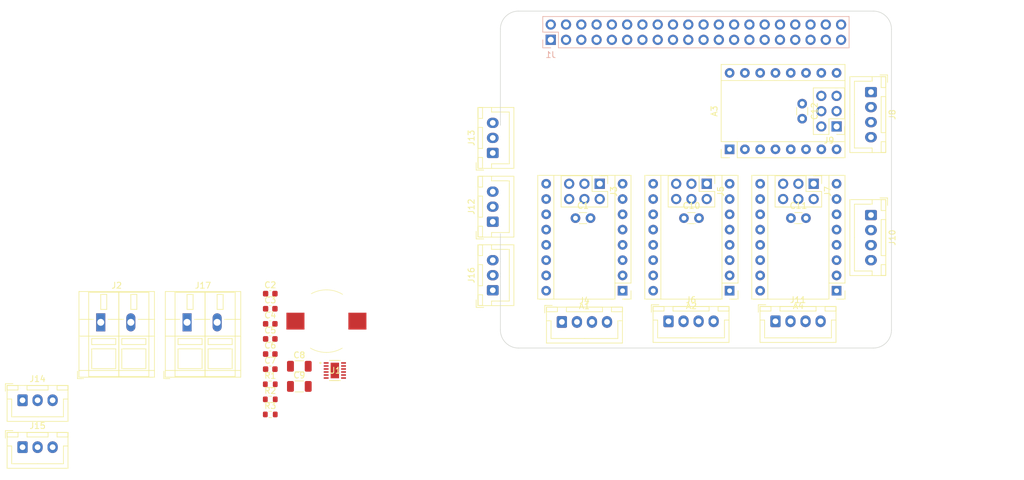
<source format=kicad_pcb>
(kicad_pcb (version 20221018) (generator pcbnew)
  (title_block (date "15 nov 2012"))
  (layers (0 "F.Cu" signal) (31 "B.Cu" signal) (34 "B.Paste" user) (35 "F.Paste" user) (36 "B.SilkS" user "B.Silkscreen") (37 "F.SilkS" user "F.Silkscreen") (38 "B.Mask" user) (39 "F.Mask" user) (44 "Edge.Cuts" user))
  (net 0 "")
  (net 1 "GND")
  (net 2 "/GPIO2{slash}SDA1")
  (net 3 "/GPIO3{slash}SCL1")
  (net 4 "/GPIO4{slash}GPCLK0")
  (net 5 "/GPIO14{slash}TXD0")
  (net 6 "/GPIO15{slash}RXD0")
  (net 7 "/GPIO17")
  (net 8 "/GPIO18{slash}PCM.CLK")
  (net 9 "/GPIO27")
  (net 10 "/GPIO22")
  (net 11 "/GPIO23")
  (net 12 "/GPIO24")
  (net 13 "/GPIO10{slash}SPI0.MOSI")
  (net 14 "/GPIO9{slash}SPI0.MISO")
  (net 15 "/GPIO25")
  (net 16 "/GPIO11{slash}SPI0.SCLK")
  (net 17 "/GPIO8{slash}SPI0.CE0")
  (net 18 "/GPIO7{slash}SPI0.CE1")
  (net 19 "/ID_SDA")
  (net 20 "/ID_SCL")
  (net 21 "/GPIO5")
  (net 22 "/GPIO6")
  (net 23 "/GPIO12{slash}PWM0")
  (net 24 "/GPIO13{slash}PWM1")
  (net 25 "/GPIO19{slash}PCM.FS")
  (net 26 "/GPIO16")
  (net 27 "/GPIO26")
  (net 28 "/GPIO20{slash}PCM.DIN")
  (net 29 "/GPIO21{slash}PCM.DOUT")
  (net 30 "+5V")
  (net 31 "+3V3")
  (net 32 "Net-(A1-1B)")
  (net 33 "Net-(A1-1A)")
  (net 34 "Net-(A1-2A)")
  (net 35 "Net-(A1-2B)")
  (net 36 "VCC")
  (net 37 "Net-(A1-MS1)")
  (net 38 "Net-(A1-MS2)")
  (net 39 "Net-(A1-MS3)")
  (net 40 "Net-(A1-~{RESET})")
  (net 41 "Net-(A2-1B)")
  (net 42 "Net-(A2-1A)")
  (net 43 "Net-(A2-2A)")
  (net 44 "Net-(A2-2B)")
  (net 45 "Net-(A2-MS1)")
  (net 46 "Net-(A2-MS2)")
  (net 47 "Net-(A2-MS3)")
  (net 48 "Net-(A2-~{RESET})")
  (net 49 "Net-(A3-1B)")
  (net 50 "Net-(A3-1A)")
  (net 51 "Net-(A3-2A)")
  (net 52 "Net-(A3-2B)")
  (net 53 "Net-(A3-MS1)")
  (net 54 "Net-(A3-MS2)")
  (net 55 "Net-(A3-MS3)")
  (net 56 "Net-(A3-~{RESET})")
  (net 57 "Net-(A4-1B)")
  (net 58 "Net-(A4-1A)")
  (net 59 "Net-(A4-2A)")
  (net 60 "Net-(A4-2B)")
  (net 61 "Net-(A4-MS1)")
  (net 62 "Net-(A4-MS2)")
  (net 63 "Net-(A4-MS3)")
  (net 64 "Net-(A4-~{RESET})")
  (net 65 "Net-(C6-Pad1)")
  (net 66 "Net-(U1-BOOT)")
  (net 67 "Net-(C7-Pad1)")
  (net 68 "Net-(U1-FB)")
  (net 69 "+3.3V")
  (footprint "MountingHole:MountingHole_2.7mm_M2.5" (layer "F.Cu") (at 161.5 47.5)
    (fp_text reference "MH2" hide)
    (fp_text value "MountingHole_2.7mm_M2.5" hide)
    (pad "" np_thru_hole circle locked (at 0 0) (size 2.7 2.7) (drill 2.7) (layers "*.Cu" "*.Mask"))
  )
  (footprint "Capacitor_THT:C_Disc_D3.0mm_W1.6mm_P2.50mm" (layer "F.Cu") (at 130.51 78.41)
    (fp_text reference "C10" (at 1.25 -2.05) (layer "F.SilkS"))
    (fp_text value "100 uF")
    (pad "1" thru_hole circle (at 0 0) (size 1.6 1.6) (drill 0.8) (layers "*.Cu" "*.Mask") (net 36 "VCC"))
    (pad "2" thru_hole circle (at 2.5 0) (size 1.6 1.6) (drill 0.8) (layers "*.Cu" "*.Mask") (net 1 "GND"))
  )
  (footprint "Connector_PinHeader_2.54mm:PinHeader_2x03_P2.54mm_Vertical" (layer "F.Cu") (at 155.88 63.17 180)
    (fp_text reference "J9" (at 1.27 -2.33) (layer "F.SilkS"))
    (fp_text value "Conn_02x03_Odd_Even")
    (pad "1" thru_hole rect (at 0 0 180) (size 1.7 1.7) (drill 1) (layers "*.Cu" "*.Mask") (net 69 "+3.3V"))
    (pad "2" thru_hole oval (at 2.54 0 180) (size 1.7 1.7) (drill 1) (layers "*.Cu" "*.Mask") (net 53 "Net-(A3-MS1)"))
    (pad "3" thru_hole oval (at 0 2.54 180) (size 1.7 1.7) (drill 1) (layers "*.Cu" "*.Mask") (net 69 "+3.3V"))
    (pad "4" thru_hole oval (at 2.54 2.54 180) (size 1.7 1.7) (drill 1) (layers "*.Cu" "*.Mask") (net 54 "Net-(A3-MS2)"))
    (pad "5" thru_hole oval (at 0 5.08 180) (size 1.7 1.7) (drill 1) (layers "*.Cu" "*.Mask") (net 69 "+3.3V"))
    (pad "6" thru_hole oval (at 2.54 5.08 180) (size 1.7 1.7) (drill 1) (layers "*.Cu" "*.Mask") (net 55 "Net-(A3-MS3)"))
  )
  (footprint "Capacitor_SMD:C_0603_1608Metric" (layer "F.Cu") (at 61.75 101)
    (fp_text reference "C6" (at 0 -1.43) (layer "F.SilkS"))
    (fp_text value "0.1 uF")
    (pad "1" smd roundrect (at -0.775 0) (size 0.9 0.95) (layers "F.Cu" "F.Paste" "F.Mask") (net 65 "Net-(C6-Pad1)"))
    (pad "2" smd roundrect (at 0.775 0) (size 0.9 0.95) (layers "F.Cu" "F.Paste" "F.Mask") (net 66 "Net-(U1-BOOT)"))
  )
  (footprint "Module:Pololu_Breakout-16_15.2x20.3mm" (layer "F.Cu") (at 138.1 90.475 180)
    (fp_text reference "A2" (at 6.35 -2.54) (layer "F.SilkS"))
    (fp_text value "Pololu_Breakout_A4988")
    (pad "1" thru_hole rect (at 0 0 180) (size 1.6 1.6) (drill 0.8) (layers "*.Cu" "*.Mask") (net 1 "GND"))
    (pad "2" thru_hole oval (at 0 2.54 180) (size 1.6 1.6) (drill 0.8) (layers "*.Cu" "*.Mask") (net 30 "+5V"))
    (pad "3" thru_hole oval (at 0 5.08 180) (size 1.6 1.6) (drill 0.8) (layers "*.Cu" "*.Mask") (net 41 "Net-(A2-1B)"))
    (pad "4" thru_hole oval (at 0 7.62 180) (size 1.6 1.6) (drill 0.8) (layers "*.Cu" "*.Mask") (net 42 "Net-(A2-1A)"))
    (pad "5" thru_hole oval (at 0 10.16 180) (size 1.6 1.6) (drill 0.8) (layers "*.Cu" "*.Mask") (net 43 "Net-(A2-2A)"))
    (pad "6" thru_hole oval (at 0 12.7 180) (size 1.6 1.6) (drill 0.8) (layers "*.Cu" "*.Mask") (net 44 "Net-(A2-2B)"))
    (pad "7" thru_hole oval (at 0 15.24 180) (size 1.6 1.6) (drill 0.8) (layers "*.Cu" "*.Mask") (net 1 "GND"))
    (pad "8" thru_hole oval (at 0 17.78 180) (size 1.6 1.6) (drill 0.8) (layers "*.Cu" "*.Mask") (net 36 "VCC"))
    (pad "9" thru_hole oval (at 12.7 17.78 180) (size 1.6 1.6) (drill 0.8) (layers "*.Cu" "*.Mask") (net 7 "/GPIO17"))
    (pad "10" thru_hole oval (at 12.7 15.24 180) (size 1.6 1.6) (drill 0.8) (layers "*.Cu" "*.Mask") (net 45 "Net-(A2-MS1)"))
    (pad "11" thru_hole oval (at 12.7 12.7 180) (size 1.6 1.6) (drill 0.8) (layers "*.Cu" "*.Mask") (net 46 "Net-(A2-MS2)"))
    (pad "12" thru_hole oval (at 12.7 10.16 180) (size 1.6 1.6) (drill 0.8) (layers "*.Cu" "*.Mask") (net 47 "Net-(A2-MS3)"))
    (pad "13" thru_hole oval (at 12.7 7.62 180) (size 1.6 1.6) (drill 0.8) (layers "*.Cu" "*.Mask") (net 48 "Net-(A2-~{RESET})"))
    (pad "14" thru_hole oval (at 12.7 5.08 180) (size 1.6 1.6) (drill 0.8) (layers "*.Cu" "*.Mask") (net 48 "Net-(A2-~{RESET})"))
    (pad "15" thru_hole oval (at 12.7 2.54 180) (size 1.6 1.6) (drill 0.8) (layers "*.Cu" "*.Mask") (net 10 "/GPIO22"))
    (pad "16" thru_hole oval (at 12.7 0 180) (size 1.6 1.6) (drill 0.8) (layers "*.Cu" "*.Mask") (net 9 "/GPIO27"))
  )
  (footprint "Connector_PinHeader_2.54mm:PinHeader_2x03_P2.54mm_Vertical" (layer "F.Cu") (at 116.51 72.695 -90)
    (fp_text reference "J3" (at 1.27 -2.33 90) (layer "F.SilkS"))
    (fp_text value "Conn_02x03_Odd_Even")
    (pad "1" thru_hole rect (at 0 0 270) (size 1.7 1.7) (drill 1) (layers "*.Cu" "*.Mask") (net 69 "+3.3V"))
    (pad "2" thru_hole oval (at 2.54 0 270) (size 1.7 1.7) (drill 1) (layers "*.Cu" "*.Mask") (net 37 "Net-(A1-MS1)"))
    (pad "3" thru_hole oval (at 0 2.54 270) (size 1.7 1.7) (drill 1) (layers "*.Cu" "*.Mask") (net 69 "+3.3V"))
    (pad "4" thru_hole oval (at 2.54 2.54 270) (size 1.7 1.7) (drill 1) (layers "*.Cu" "*.Mask") (net 38 "Net-(A1-MS2)"))
    (pad "5" thru_hole oval (at 0 5.08 270) (size 1.7 1.7) (drill 1) (layers "*.Cu" "*.Mask") (net 69 "+3.3V"))
    (pad "6" thru_hole oval (at 2.54 5.08 270) (size 1.7 1.7) (drill 1) (layers "*.Cu" "*.Mask") (net 39 "Net-(A1-MS3)"))
  )
  (footprint "Capacitor_THT:C_Disc_D3.0mm_W1.6mm_P2.50mm" (layer "F.Cu") (at 150.165 59.38 -90)
    (fp_text reference "C12" (at 1.25 -2.05 90) (layer "F.SilkS"))
    (fp_text value "100 uF")
    (pad "1" thru_hole circle (at 0 0 270) (size 1.6 1.6) (drill 0.8) (layers "*.Cu" "*.Mask") (net 36 "VCC"))
    (pad "2" thru_hole circle (at 2.5 0 270) (size 1.6 1.6) (drill 0.8) (layers "*.Cu" "*.Mask") (net 1 "GND"))
  )
  (footprint "Resistor_SMD:R_0603_1608Metric" (layer "F.Cu") (at 61.75 108.53)
    (fp_text reference "R2" (at 0 -1.43) (layer "F.SilkS"))
    (fp_text value "100 kR")
    (pad "1" smd roundrect (at -0.825 0) (size 0.8 0.95) (layers "F.Cu" "F.Paste" "F.Mask") (net 30 "+5V"))
    (pad "2" smd roundrect (at 0.825 0) (size 0.8 0.95) (layers "F.Cu" "F.Paste" "F.Mask") (net 68 "Net-(U1-FB)"))
  )
  (footprint "Connector_JST:JST_XH_B4B-XH-A_1x04_P2.50mm_Vertical" (layer "F.Cu") (at 161.595 57.455 -90)
    (fp_text reference "J8" (at 3.75 -3.55 90) (layer "F.SilkS"))
    (fp_text value "Conn_01x04_Pin")
    (pad "1" thru_hole roundrect (at 0 0 270) (size 1.7 1.95) (drill 0.95) (layers "*.Cu" "*.Mask") (roundrect_rratio 0.147059) (net 52 "Net-(A3-2B)"))
    (pad "2" thru_hole oval (at 2.5 0 270) (size 1.7 1.95) (drill 0.95) (layers "*.Cu" "*.Mask") (net 51 "Net-(A3-2A)"))
    (pad "3" thru_hole oval (at 5 0 270) (size 1.7 1.95) (drill 0.95) (layers "*.Cu" "*.Mask") (net 50 "Net-(A3-1A)"))
    (pad "4" thru_hole oval (at 7.5 0 270) (size 1.7 1.95) (drill 0.95) (layers "*.Cu" "*.Mask") (net 49 "Net-(A3-1B)"))
  )
  (footprint "Connector_JST:JST_XH_B3B-XH-A_1x03_P2.50mm_Vertical" (layer "F.Cu") (at 98.73 79.005 90)
    (fp_text reference "J12" (at 2.5 -3.55 90) (layer "F.SilkS"))
    (fp_text value "Conn_01x03_Pin")
    (pad "1" thru_hole roundrect (at 0 0 90) (size 1.7 1.95) (drill 0.95) (layers "*.Cu" "*.Mask") (roundrect_rratio 0.147059) (net 25 "/GPIO19{slash}PCM.FS"))
    (pad "2" thru_hole oval (at 2.5 0 90) (size 1.7 1.95) (drill 0.95) (layers "*.Cu" "*.Mask") (net 1 "GND"))
    (pad "3" thru_hole oval (at 5 0 90) (size 1.7 1.95) (drill 0.95) (layers "*.Cu" "*.Mask") (net 69 "+3.3V"))
  )
  (footprint "Connector_JST:JST_XH_B4B-XH-A_1x04_P2.50mm_Vertical" (layer "F.Cu") (at 145.72 95.555)
    (fp_text reference "J11" (at 3.75 -3.55) (layer "F.SilkS"))
    (fp_text value "Conn_01x04_Pin")
    (pad "1" thru_hole roundrect (at 0 0) (size 1.7 1.95) (drill 0.95) (layers "*.Cu" "*.Mask") (roundrect_rratio 0.147059) (net 60 "Net-(A4-2B)"))
    (pad "2" thru_hole oval (at 2.5 0) (size 1.7 1.95) (drill 0.95) (layers "*.Cu" "*.Mask") (net 59 "Net-(A4-2A)"))
    (pad "3" thru_hole oval (at 5 0) (size 1.7 1.95) (drill 0.95) (layers "*.Cu" "*.Mask") (net 58 "Net-(A4-1A)"))
    (pad "4" thru_hole oval (at 7.5 0) (size 1.7 1.95) (drill 0.95) (layers "*.Cu" "*.Mask") (net 57 "Net-(A4-1B)"))
  )
  (footprint "Connector_JST:JST_XH_B3B-XH-A_1x03_P2.50mm_Vertical" (layer "F.Cu") (at 20.57 108.68)
    (fp_text reference "J14" (at 2.5 -3.55) (layer "F.SilkS"))
    (fp_text value "Conn_01x03_Pin")
    (pad "1" thru_hole roundrect (at 0 0) (size 1.7 1.95) (drill 0.95) (layers "*.Cu" "*.Mask") (roundrect_rratio 0.147059) (net 27 "/GPIO26"))
    (pad "2" thru_hole oval (at 2.5 0) (size 1.7 1.95) (drill 0.95) (layers "*.Cu" "*.Mask") (net 1 "GND"))
    (pad "3" thru_hole oval (at 5 0) (size 1.7 1.95) (drill 0.95) (layers "*.Cu" "*.Mask") (net 69 "+3.3V"))
  )
  (footprint "Connector_JST:JST_XH_B3B-XH-A_1x03_P2.50mm_Vertical" (layer "F.Cu") (at 98.73 67.575 90)
    (fp_text reference "J13" (at 2.5 -3.55 90) (layer "F.SilkS"))
    (fp_text value "Conn_01x03_Pin")
    (pad "1" thru_hole roundrect (at 0 0 90) (size 1.7 1.95) (drill 0.95) (layers "*.Cu" "*.Mask") (roundrect_rratio 0.147059) (net 1 "GND"))
    (pad "2" thru_hole oval (at 2.5 0 90) (size 1.7 1.95) (drill 0.95) (layers "*.Cu" "*.Mask") (net 6 "/GPIO15{slash}RXD0"))
    (pad "3" thru_hole oval (at 5 0 90) (size 1.7 1.95) (drill 0.95) (layers "*.Cu" "*.Mask") (net 5 "/GPIO14{slash}TXD0"))
  )
  (footprint "Resistor_SMD:R_0603_1608Metric" (layer "F.Cu") (at 61.75 111.04)
    (fp_text reference "R3" (at 0 -1.43) (layer "F.SilkS"))
    (fp_text value "1 kR")
    (pad "1" smd roundrect (at -0.825 0) (size 0.8 0.95) (layers "F.Cu" "F.Paste" "F.Mask") (net 30 "+5V"))
    (pad "2" smd roundrect (at 0.825 0) (size 0.8 0.95) (layers "F.Cu" "F.Paste" "F.Mask") (net 67 "Net-(C7-Pad1)"))
  )
  (footprint "TerminalBlock_WAGO:TerminalBlock_WAGO_236-102_1x02_P5.00mm_45Degree" (layer "F.Cu") (at 47.92 95.73)
    (fp_text reference "J17" (at 2.65 -6.12) (layer "F.SilkS"))
    (fp_text value "Screw_Terminal_01x02")
    (pad "1" thru_hole rect (at 0 0) (size 1.5 3) (drill 1.15) (layers "*.Cu" "*.Mask") (net 1 "GND"))
    (pad "2" thru_hole oval (at 5 0) (size 1.5 3) (drill 1.15) (layers "*.Cu" "*.Mask") (net 30 "+5V"))
  )
  (footprint "Connector_JST:JST_XH_B4B-XH-A_1x04_P2.50mm_Vertical" (layer "F.Cu") (at 110.22 95.665)
    (fp_text reference "J4" (at 3.75 -3.55) (layer "F.SilkS"))
    (fp_text value "Conn_01x04_Pin")
    (pad "1" thru_hole roundrect (at 0 0) (size 1.7 1.95) (drill 0.95) (layers "*.Cu" "*.Mask") (roundrect_rratio 0.147059) (net 35 "Net-(A1-2B)"))
    (pad "2" thru_hole oval (at 2.5 0) (size 1.7 1.95) (drill 0.95) (layers "*.Cu" "*.Mask") (net 34 "Net-(A1-2A)"))
    (pad "3" thru_hole oval (at 5 0) (size 1.7 1.95) (drill 0.95) (layers "*.Cu" "*.Mask") (net 33 "Net-(A1-1A)"))
    (pad "4" thru_hole oval (at 7.5 0) (size 1.7 1.95) (drill 0.95) (layers "*.Cu" "*.Mask") (net 32 "Net-(A1-1B)"))
  )
  (footprint "MountingHole:MountingHole_2.7mm_M2.5" (layer "F.Cu") (at 103.5 96.5)
    (fp_text reference "MH3" hide)
    (fp_text value "MountingHole_2.7mm_M2.5" hide)
    (pad "" np_thru_hole circle locked (at 0 0) (size 2.7 2.7) (drill 2.7) (layers "*.Cu" "*.Mask"))
  )
  (footprint "Capacitor_SMD:C_1206_3216Metric" (layer "F.Cu") (at 66.58 103.03)
    (fp_text reference "C8" (at 0 -1.85) (layer "F.SilkS"))
    (fp_text value "47 uF")
    (pad "1" smd roundrect (at -1.475 0) (size 1.15 1.8) (layers "F.Cu" "F.Paste" "F.Mask") (roundrect_rratio 0.217391) (net 30 "+5V"))
    (pad "2" smd roundrect (at 1.475 0) (size 1.15 1.8) (layers "F.Cu" "F.Paste" "F.Mask") (roundrect_rratio 0.217391) (net 1 "GND"))
  )
  (footprint "Connector_JST:JST_XH_B3B-XH-A_1x03_P2.50mm_Vertical" (layer "F.Cu") (at 98.73 90.395 90)
    (fp_text reference "J16" (at 2.5 -3.55 90) (layer "F.SilkS"))
    (fp_text value "Conn_01x03_Pin")
    (pad "1" thru_hole roundrect (at 0 0 90) (size 1.7 1.95) (drill 0.95) (layers "*.Cu" "*.Mask") (roundrect_rratio 0.147059) (net 28 "/GPIO20{slash}PCM.DIN"))
    (pad "2" thru_hole oval (at 2.5 0 90) (size 1.7 1.95) (drill 0.95) (layers "*.Cu" "*.Mask") (net 1 "GND"))
    (pad "3" thru_hole oval (at 5 0 90) (size 1.7 1.95) (drill 0.95) (layers "*.Cu" "*.Mask") (net 69 "+3.3V"))
  )
  (footprint "rephat-parts:WSON_SDRRR_TEX" (layer "F.Cu") (at 72.483125 103.7346)
    (fp_text reference "U1" (at 0 0 unlocked) (layer "F.SilkS"))
    (fp_text value "LMR51450FNDRRR")
    (pad "1" smd rect (at -1.4454 -1.250315) (size 0.807999 0.2548) (layers "F.Cu" "F.Paste" "F.Mask") (net 65 "Net-(C6-Pad1)"))
    (pad "2" smd rect (at -1.4454 -0.750189) (size 0.807999 0.2548) (layers "F.Cu" "F.Paste" "F.Mask") (net 65 "Net-(C6-Pad1)"))
    (pad "3" smd rect (at -1.4454 -0.250063) (size 0.807999 0.2548) (layers "F.Cu" "F.Paste" "F.Mask") (net 65 "Net-(C6-Pad1)"))
    (pad "4" smd rect (at -1.4454 0.250063) (size 0.807999 0.2548) (layers "F.Cu" "F.Paste" "F.Mask") (net 66 "Net-(U1-BOOT)"))
    (pad "5" smd rect (at -1.4454 0.750189) (size 0.807999 0.2548) (layers "F.Cu" "F.Paste" "F.Mask") (net 1 "GND"))
    (pad "6" smd rect (at -1.4454 1.250315) (size 0.807999 0.2548) (layers "F.Cu" "F.Paste" "F.Mask"))
    (pad "7" smd rect (at 1.4454 1.250315) (size 0.807999 0.2548) (layers "F.Cu" "F.Paste" "F.Mask") (net 68 "Net-(U1-FB)"))
    (pad "8" smd rect (at 1.4454 0.750189) (size 0.807999 0.2548) (layers "F.Cu" "F.Paste" "F.Mask") (net 1 "GND"))
    (pad "9" smd rect (at 1.4454 0.250063) (size 0.807999 0.2548) (layers "F.Cu" "F.Paste" "F.Mask") (net 36 "VCC"))
    (pad "10" smd rect (at 1.4454 -0.250063) (size 0.807999 0.2548) (layers "F.Cu" "F.Paste" "F.Mask") (net 36 "VCC"))
    (pad "11" smd rect (at 1.4454 -0.750189) (size 0.807999 0.2548) (layers "F.Cu" "F.Paste" "F.Mask") (net 36 "VCC"))
    (pad "12" smd rect (at 1.4454 -1.250315) (size 0.807999 0.2548) (layers "F.Cu" "F.Paste" "F.Mask") (net 36 "VCC"))
    (pad "13" smd rect (at 0 0) (size 1.397 2.5908) (layers "F.Cu" "F.Paste" "F.Mask") (net 1 "GND"))
  )
  (footprint "Capacitor_SMD:C_0603_1608Metric" (layer "F.Cu") (at 61.75 98.49)
    (fp_text reference "C5" (at 0 -1.43) (layer "F.SilkS"))
    (fp_text value "0.1uF")
    (pad "1" smd roundrect (at -0.775 0) (size 0.9 0.95) (layers "F.Cu" "F.Paste" "F.Mask") (net 36 "VCC"))
    (pad "2" smd roundrect (at 0.775 0) (size 0.9 0.95) (layers "F.Cu" "F.Paste" "F.Mask") (net 1 "GND"))
  )
  (footprint "MountingHole:MountingHole_2.7mm_M2.5" (layer "F.Cu") (at 103.5 47.5)
    (fp_text reference "MH1" hide)
    (fp_text value "MountingHole_2.7mm_M2.5" hide)
    (pad "" np_thru_hole circle locked (at 0 0) (size 2.7 2.7) (drill 2.7) (layers "*.Cu" "*.Mask"))
  )
  (footprint "Capacitor_SMD:C_0603_1608Metric" (layer "F.Cu") (at 61.75 95.98)
    (fp_text reference "C4" (at 0 -1.43) (layer "F.SilkS"))
    (fp_text value "1 uF")
    (pad "1" smd roundrect (at -0.775 0) (size 0.9 0.95) (layers "F.Cu" "F.Paste" "F.Mask") (net 36 "VCC"))
    (pad "2" smd roundrect (at 0.775 0) (size 0.9 0.95) (layers "F.Cu" "F.Paste" "F.Mask") (net 1 "GND"))
  )
  (footprint "Resistor_SMD:R_0603_1608Metric" (layer "F.Cu") (at 61.75 106.02)
    (fp_text reference "R1" (at 0 -1.43) (layer "F.SilkS"))
    (fp_text value "19.1 kR")
    (pad "1" smd roundrect (at -0.825 0) (size 0.8 0.95) (layers "F.Cu" "F.Paste" "F.Mask") (net 1 "GND"))
    (pad "2" smd roundrect (at 0.825 0) (size 0.8 0.95) (layers "F.Cu" "F.Paste" "F.Mask") (net 68 "Net-(U1-FB)"))
  )
  (footprint "Connector_JST:JST_XH_B4B-XH-A_1x04_P2.50mm_Vertical" (layer "F.Cu") (at 161.595 77.895 -90)
    (fp_text reference "J10" (at 3.75 -3.55 90) (layer "F.SilkS"))
    (fp_text value "Conn_01x04_Pin")
    (pad "1" thru_hole roundrect (at 0 0 270) (size 1.7 1.95) (drill 0.95) (layers "*.Cu" "*.Mask") (roundrect_rratio 0.147059) (net 60 "Net-(A4-2B)"))
    (pad "2" thru_hole oval (at 2.5 0 270) (size 1.7 1.95) (drill 0.95) (layers "*.Cu" "*.Mask") (net 59 "Net-(A4-2A)"))
    (pad "3" thru_hole oval (at 5 0 270) (size 1.7 1.95) (drill 0.95) (layers "*.Cu" "*.Mask") (net 58 "Net-(A4-1A)"))
    (pad "4" thru_hole oval (at 7.5 0 270) (size 1.7 1.95) (drill 0.95) (layers "*.Cu" "*.Mask") (net 57 "Net-(A4-1B)"))
  )
  (footprint "TerminalBlock_WAGO:TerminalBlock_WAGO_236-102_1x02_P5.00mm_45Degree" (layer "F.Cu") (at 33.57 95.73)
    (fp_text reference "J2" (at 2.65 -6.12) (layer "F.SilkS"))
    (fp_text value "Screw_Terminal_01x02")
    (pad "1" thru_hole rect (at 0 0) (size 1.5 3) (drill 1.15) (layers "*.Cu" "*.Mask") (net 1 "GND"))
    (pad "2" thru_hole oval (at 5 0) (size 1.5 3) (drill 1.15) (layers "*.Cu" "*.Mask") (net 36 "VCC"))
  )
  (footprint "Connector_PinHeader_2.54mm:PinHeader_2x03_P2.54mm_Vertical" (layer "F.Cu") (at 134.3 72.695 -90)
    (fp_text reference "J5" (at 1.27 -2.33 90) (layer "F.SilkS"))
    (fp_text value "Conn_02x03_Odd_Even")
    (pad "1" thru_hole rect (at 0 0 270) (size 1.7 1.7) (drill 1) (layers "*.Cu" "*.Mask") (net 69 "+3.3V"))
    (pad "2" thru_hole oval (at 2.54 0 270) (size 1.7 1.7) (drill 1) (layers "*.Cu" "*.Mask") (net 45 "Net-(A2-MS1)"))
    (pad "3" thru_hole oval (at 0 2.54 270) (size 1.7 1.7) (drill 1) (layers "*.Cu" "*.Mask") (net 69 "+3.3V"))
    (pad "4" thru_hole oval (at 2.54 2.54 270) (size 1.7 1.7) (drill 1) (layers "*.Cu" "*.Mask") (net 46 "Net-(A2-MS2)"))
    (pad "5" thru_hole oval (at 0 5.08 270) (size 1.7 1.7) (drill 1) (layers "*.Cu" "*.Mask") (net 69 "+3.3V"))
    (pad "6" thru_hole oval (at 2.54 5.08 270) (size 1.7 1.7) (drill 1) (layers "*.Cu" "*.Mask") (net 47 "Net-(A2-MS3)"))
  )
  (footprint "Capacitor_SMD:C_0603_1608Metric" (layer "F.Cu") (at 61.75 90.96)
    (fp_text reference "C2" (at 0 -1.43) (layer "F.SilkS"))
    (fp_text value "10 uF")
    (pad "1" smd roundrect (at -0.775 0) (size 0.9 0.95) (layers "F.Cu" "F.Paste" "F.Mask") (net 36 "VCC"))
    (pad "2" smd roundrect (at 0.775 0) (size 0.9 0.95) (layers "F.Cu" "F.Paste" "F.Mask") (net 1 "GND"))
  )
  (footprint "Connector_JST:JST_XH_B4B-XH-A_1x04_P2.50mm_Vertical" (layer "F.Cu") (at 127.94 95.555)
    (fp_text reference "J6" (at 3.75 -3.55) (layer "F.SilkS"))
    (fp_text value "Conn_01x04_Pin")
    (pad "1" thru_hole roundrect (at 0 0) (size 1.7 1.95) (drill 0.95) (layers "*.Cu" "*.Mask") (roundrect_rratio 0.147059) (net 44 "Net-(A2-2B)"))
    (pad "2" thru_hole oval (at 2.5 0) (size 1.7 1.95) (drill 0.95) (layers "*.Cu" "*.Mask") (net 43 "Net-(A2-2A)"))
    (pad "3" thru_hole oval (at 5 0) (size 1.7 1.95) (drill 0.95) (layers "*.Cu" "*.Mask") (net 42 "Net-(A2-1A)"))
    (pad "4" thru_hole oval (at 7.5 0) (size 1.7 1.95) (drill 0.95) (layers "*.Cu" "*.Mask") (net 41 "Net-(A2-1B)"))
  )
  (footprint "Connector_PinHeader_2.54mm:PinHeader_2x03_P2.54mm_Vertical" (layer "F.Cu") (at 152.07 72.695 -90)
    (fp_text reference "J7" (at 1.27 -2.33 90) (layer "F.SilkS"))
    (fp_text value "Conn_02x03_Odd_Even")
    (pad "1" thru_hole rect (at 0 0 270) (size 1.7 1.7) (drill 1) (layers "*.Cu" "*.Mask") (net 69 "+3.3V"))
    (pad "2" thru_hole oval (at 2.54 0 270) (size 1.7 1.7) (drill 1) (layers "*.Cu" "*.Mask") (net 61 "Net-(A4-MS1)"))
    (pad "3" thru_hole oval (at 0 2.54 270) (size 1.7 1.7) (drill 1) (layers "*.Cu" "*.Mask") (net 69 "+3.3V"))
    (pad "4" thru_hole oval (at 2.54 2.54 270) (size 1.7 1.7) (drill 1) (layers "*.Cu" "*.Mask") (net 62 "Net-(A4-MS2)"))
    (pad "5" thru_hole oval (at 0 5.08 270) (size 1.7 1.7) (drill 1) (layers "*.Cu" "*.Mask") (net 69 "+3.3V"))
    (pad "6" thru_hole oval (at 2.54 5.08 270) (size 1.7 1.7) (drill 1) (layers "*.Cu" "*.Mask") (net 63 "Net-(A4-MS3)"))
  )
  (footprint "Connector_JST:JST_XH_B3B-XH-A_1x03_P2.50mm_Vertical" (layer "F.Cu") (at 20.57 116.48)
    (fp_text reference "J15" (at 2.5 -3.55) (layer "F.SilkS"))
    (fp_text value "Conn_01x03_Pin")
    (pad "1" thru_hole roundrect (at 0 0) (size 1.7 1.95) (drill 0.95) (layers "*.Cu" "*.Mask") (roundrect_rratio 0.147059) (net 29 "/GPIO21{slash}PCM.DOUT"))
    (pad "2" thru_hole oval (at 2.5 0) (size 1.7 1.95) (drill 0.95) (layers "*.Cu" "*.Mask") (net 1 "GND"))
    (pad "3" thru_hole oval (at 5 0) (size 1.7 1.95) (drill 0.95) (layers "*.Cu" "*.Mask") (net 69 "+3.3V"))
  )
  (footprint "Capacitor_SMD:C_0603_1608Metric" (layer "F.Cu") (at 61.75 103.51)
    (fp_text reference "C7" (at 0 -1.43) (layer "F.SilkS"))
    (fp_text value "33 pF")
    (pad "1" smd roundrect (at -0.775 0) (size 0.9 0.95) (layers "F.Cu" "F.Paste" "F.Mask") (net 67 "Net-(C7-Pad1)"))
    (pad "2" smd roundrect (at 0.775 0) (size 0.9 0.95) (layers "F.Cu" "F.Paste" "F.Mask") (net 68 "Net-(U1-FB)"))
  )
  (footprint "Capacitor_THT:C_Disc_D3.0mm_W1.6mm_P2.50mm" (layer "F.Cu") (at 112.48 78.41)
    (fp_text reference "C1" (at 1.25 -2.05) (layer "F.SilkS"))
    (fp_text value "100 uF")
    (pad "1" thru_hole circle (at 0 0) (size 1.6 1.6) (drill 0.8) (layers "*.Cu" "*.Mask") (net 36 "VCC"))
    (pad "2" thru_hole circle (at 2.5 0) (size 1.6 1.6) (drill 0.8) (layers "*.Cu" "*.Mask") (net 1 "GND"))
  )
  (footprint "rephat-parts:L_Wuerth_WE-PD4-Typ-L" (layer "F.Cu") (at 71.08 95.53)
    (fp_text reference "L1" hide)
    (fp_text value "5.6 uH" hide)
    (pad "1" smd rect (at -5.15 0 90) (size 2.8 3) (layers "F.Cu" "F.Paste" "F.Mask") (net 30 "+5V"))
    (pad "2" smd rect (at 5.15 0 90) (size 2.8 3) (layers "F.Cu" "F.Paste" "F.Mask") (net 65 "Net-(C6-Pad1)"))
  )
  (footprint "Capacitor_THT:C_Disc_D3.0mm_W1.6mm_P2.50mm" (layer "F.Cu") (at 148.29 78.41)
    (fp_text reference "C11" (at 1.25 -2.05) (layer "F.SilkS"))
    (fp_text value "100 uF")
    (pad "1" thru_hole circle (at 0 0) (size 1.6 1.6) (drill 0.8) (layers "*.Cu" "*.Mask") (net 36 "VCC"))
    (pad "2" thru_hole circle (at 2.5 0) (size 1.6 1.6) (drill 0.8) (layers "*.Cu" "*.Mask") (net 1 "GND"))
  )
  (footprint "MountingHole:MountingHole_2.7mm_M2.5" (layer "F.Cu") (at 161.5 96.5)
    (fp_text reference "MH4" hide)
    (fp_text value "MountingHole_2.7mm_M2.5" hide)
    (pad "" np_thru_hole circle locked (at 0 0) (size 2.7 2.7) (drill 2.7) (layers "*.Cu" "*.Mask"))
  )
  (footprint "Module:Pololu_Breakout-16_15.2x20.3mm" (layer "F.Cu") (at 120.31 90.475 180)
    (fp_text reference "A1" (at 6.35 -2.54) (layer "F.SilkS"))
    (fp_text value "Pololu_Breakout_A4988")
    (pad "1" thru_hole rect (at 0 0 180) (size 1.6 1.6) (drill 0.8) (layers "*.Cu" "*.Mask") (net 1 "GND"))
    (pad "2" thru_hole oval (at 0 2.54 180) (size 1.6 1.6) (drill 0.8) (layers "*.Cu" "*.Mask") (net 30 "+5V"))
    (pad "3" thru_hole oval (at 0 5.08 180) (size 1.6 1.6) (drill 0.8) (layers "*.Cu" "*.Mask") (net 32 "Net-(A1-1B)"))
    (pad "4" thru_hole oval (at 0 7.62 180) (size 1.6 1.6) (drill 0.8) (layers "*.Cu" "*.Mask") (net 33 "Net-(A1-1A)"))
    (pad "5" thru_hole oval (at 0 10.16 180) (size 1.6 1.6) (drill 0.8) (layers "*.Cu" "*.Mask") (net 34 "Net-(A1-2A)"))
    (pad "6" thru_hole oval (at 0 12.7 180) (size 1.6 1.6) (drill 0.8) (layers "*.Cu" "*.Mask") (net 35 "Net-(A1-2B)"))
    (pad "7" thru_hole oval (at 0 15.24 180) (size 1.6 1.6) (drill 0.8) (layers "*.Cu" "*.Mask") (net 1 "GND"))
    (pad "8" thru_hole oval (at 0 17.78 180) (size 1.6 1.6) (drill 0.8) (layers "*.Cu" "*.Mask") (net 36 "VCC"))
    (pad "9" thru_hole oval (at 12.7 17.78 180) (size 1.6 1.6) (drill 0.8) (layers "*.Cu" "*.Mask") (net 4 "/GPIO4{slash}GPCLK0"))
    (pad "10" thru_hole oval (at 12.7 15.24 180) (size 1.6 1.6) (drill 0.8) (layers "*.Cu" "*.Mask") (net 37 "Net-(A1-MS1)"))
    (pad "11" thru_hole oval (at 12.7 12.7 180) (size 1.6 1.6) (drill 0.8) (layers "*.Cu" "*.Mask") (net 38 "Net-(A1-MS2)"))
    (pad "12" thru_hole oval (at 12.7 10.16 180) (size 1.6 1.6) (drill 0.8) (layers "*.Cu" "*.Mask") (net 39 "Net-(A1-MS3)"))
    (pad "13" thru_hole oval (at 12.7 7.62 180) (size 1.6 1.6) (drill 0.8) (layers "*.Cu" "*.Mask") (net 40 "Net-(A1-~{RESET})"))
    (pad "14" thru_hole oval (at 12.7 5.08 180) (size 1.6 1.6) (drill 0.8) (layers "*.Cu" "*.Mask") (net 40 "Net-(A1-~{RESET})"))
    (pad "15" thru_hole oval (at 12.7 2.54 180) (size 1.6 1.6) (drill 0.8) (layers "*.Cu" "*.Mask") (net 2 "/GPIO2{slash}SDA1"))
    (pad "16" thru_hole oval (at 12.7 0 180) (size 1.6 1.6) (drill 0.8) (layers "*.Cu" "*.Mask") (net 3 "/GPIO3{slash}SCL1"))
  )
  (footprint "Module:Pololu_Breakout-16_15.2x20.3mm" (layer "F.Cu") (at 138.1 66.97 90)
    (fp_text reference "A3" (at 6.35 -2.54 90) (layer "F.SilkS"))
    (fp_text value "Pololu_Breakout_A4988")
    (pad "1" thru_hole rect (at 0 0 90) (size 1.6 1.6) (drill 0.8) (layers "*.Cu" "*.Mask") (net 1 "GND"))
    (pad "2" thru_hole oval (at 0 2.54 90) (size 1.6 1.6) (drill 0.8) (layers "*.Cu" "*.Mask") (net 30 "+5V"))
    (pad "3" thru_hole oval (at 0 5.08 90) (size 1.6 1.6) (drill 0.8) (layers "*.Cu" "*.Mask") (net 49 "Net-(A3-1B)"))
    (pad "4" thru_hole oval (at 0 7.62 90) (size 1.6 1.6) (drill 0.8) (layers "*.Cu" "*.Mask") (net 50 "Net-(A3-1A)"))
    (pad "5" thru_hole oval (at 0 10.16 90) (size 1.6 1.6) (drill 0.8) (layers "*.Cu" "*.Mask") (net 51 "Net-(A3-2A)"))
    (pad "6" thru_hole oval (at 0 12.7 90) (size 1.6 1.6) (drill 0.8) (layers "*.Cu" "*.Mask") (net 52 "Net-(A3-2B)"))
    (pad "7" thru_hole oval (at 0 15.24 90) (size 1.6 1.6) (drill 0.8) (layers "*.Cu" "*.Mask") (net 1 "GND"))
    (pad "8" thru_hole oval (at 0 17.78 90) (size 1.6 1.6) (drill 0.8) (layers "*.Cu" "*.Mask") (net 36 "VCC"))
    (pad "9" thru_hole oval (at 12.7 17.78 90) (size 1.6 1.6) (drill 0.8) (layers "*.Cu" "*.Mask") (net 24 "/GPIO13{slash}PWM1"))
    (pad "10" thru_hole oval (at 12.7 15.24 90) (size 1.6 1.6) (drill 0.8) (layers "*.Cu" "*.Mask") (net 53 "Net-(A3-MS1)"))
    (pad "11" thru_hole oval (at 12.7 12.7 90) (size 1.6 1.6) (drill 0.8) (layers "*.Cu" "*.Mask") (net 54 "Net-(A3-MS2)"))
    (pad "12" thru_hole oval (at 12.7 10.16 90) (size 1.6 1.6) (drill 0.8) (layers "*.Cu" "*.Mask") (net 55 "Net-(A3-MS3)"))
    (pad "13" thru_hole oval (at 12.7 7.62 90) (size 1.6 1.6) (drill 0.8) (layers "*.Cu" "*.Mask") (net 56 "Net-(A3-~{RESET})"))
    (pad "14" thru_hole oval (at 12.7 5.08 90) (size 1.6 1.6) (drill 0.8) (layers "*.Cu" "*.Mask") (net 56 "Net-(A3-~{RESET})"))
    (pad "15" thru_hole oval (at 12.7 2.54 90) (size 1.6 1.6) (drill 0.8) (layers "*.Cu" "*.Mask") (net 22 "/GPIO6"))
    (pad "16" thru_hole oval (at 12.7 0 90) (size 1.6 1.6) (drill 0.8) (layers "*.Cu" "*.Mask") (net 21 "/GPIO5"))
  )
  (footprint "Capacitor_SMD:C_1206_3216Metric" (layer "F.Cu") (at 66.58 106.38)
    (fp_text reference "C9" (at 0 -1.85) (layer "F.SilkS"))
    (fp_text value "47 uF")
    (pad "1" smd roundrect (at -1.475 0) (size 1.15 1.8) (layers "F.Cu" "F.Paste" "F.Mask") (roundrect_rratio 0.217391) (net 30 "+5V"))
    (pad "2" smd roundrect (at 1.475 0) (size 1.15 1.8) (layers "F.Cu" "F.Paste" "F.Mask") (roundrect_rratio 0.217391) (net 1 "GND"))
  )
  (footprint "Module:Pololu_Breakout-16_15.2x20.3mm" (layer "F.Cu") (at 155.88 90.475 180)
    (fp_text reference "A4" (at 6.35 -2.54) (layer "F.SilkS"))
    (fp_text value "Pololu_Breakout_A4988")
    (pad "1" thru_hole rect (at 0 0 180) (size 1.6 1.6) (drill 0.8) (layers "*.Cu" "*.Mask") (net 1 "GND"))
    (pad "2" thru_hole oval (at 0 2.54 180) (size 1.6 1.6) (drill 0.8) (layers "*.Cu" "*.Mask") (net 30 "+5V"))
    (pad "3" thru_hole oval (at 0 5.08 180) (size 1.6 1.6) (drill 0.8) (layers "*.Cu" "*.Mask") (net 57 "Net-(A4-1B)"))
    (pad "4" thru_hole oval (at 0 7.62 180) (size 1.6 1.6) (drill 0.8) (layers "*.Cu" "*.Mask") (net 58 "Net-(A4-1A)"))
    (pad "5" thru_hole oval (at 0 10.16 180) (size 1.6 1.6) (drill 0.8) (layers "*.Cu" "*.Mask") (net 59 "Net-(A4-2A)"))
    (pad "6" thru_hole oval (at 0 12.7 180) (size 1.6 1.6) (drill 0.8) (layers "*.Cu" "*.Mask") (net 60 "Net-(A4-2B)"))
    (pad "7" thru_hole oval (at 0 15.24 180) (size 1.6 1.6) (drill 0.8) (layers "*.Cu" "*.Mask") (net 1 "GND"))
    (pad "8" thru_hole oval (at 0 17.78 180) (size 1.6 1.6) (drill 0.8) (layers "*.Cu" "*.Mask") (net 36 "VCC"))
    (pad "9" thru_hole oval (at 12.7 17.78 180) (size 1.6 1.6) (drill 0.8) (layers "*.Cu" "*.Mask") (net 13 "/GPIO10{slash}SPI0.MOSI"))
    (pad "10" thru_hole oval (at 12.7 15.24 180) (size 1.6 1.6) (drill 0.8) (layers "*.Cu" "*.Mask") (net 61 "Net-(A4-MS1)"))
    (pad "11" thru_hole oval (at 12.7 12.7 180) (size 1.6 1.6) (drill 0.8) (layers "*.Cu" "*.Mask") (net 62 "Net-(A4-MS2)"))
    (pad "12" thru_hole oval (at 12.7 10.16 180) (size 1.6 1.6) (drill 0.8) (layers "*.Cu" "*.Mask") (net 63 "Net-(A4-MS3)"))
    (pad "13" thru_hole oval (at 12.7 7.62 180) (size 1.6 1.6) (drill 0.8) (layers "*.Cu" "*.Mask") (net 64 "Net-(A4-~{RESET})"))
    (pad "14" thru_hole oval (at 12.7 5.08 180) (size 1.6 1.6) (drill 0.8) (layers "*.Cu" "*.Mask") (net 64 "Net-(A4-~{RESET})"))
    (pad "15" thru_hole oval (at 12.7 2.54 180) (size 1.6 1.6) (drill 0.8) (layers "*.Cu" "*.Mask") (net 16 "/GPIO11{slash}SPI0.SCLK"))
    (pad "16" thru_hole oval (at 12.7 0 180) (size 1.6 1.6) (drill 0.8) (layers "*.Cu" "*.Mask") (net 14 "/GPIO9{slash}SPI0.MISO"))
  )
  (footprint "Capacitor_SMD:C_0603_1608Metric" (layer "F.Cu") (at 61.75 93.47)
    (fp_text reference "C3" (at 0 -1.43) (layer "F.SilkS"))
    (fp_text value "10 uF")
    (pad "1" smd roundrect (at -0.775 0) (size 0.9 0.95) (layers "F.Cu" "F.Paste" "F.Mask") (net 36 "VCC"))
    (pad "2" smd roundrect (at 0.775 0) (size 0.9 0.95) (layers "F.Cu" "F.Paste" "F.Mask") (net 1 "GND"))
  )
  (footprint "Connector_PinSocket_2.54mm:PinSocket_2x20_P2.54mm_Vertical" (layer "B.Cu") (at 108.37 48.77 -90)
    (fp_text reference "J1" (at 2.5 0) (layer "B.SilkS") (effects (justify mirror)))
    (fp_text value "GPIO")
    (pad "1" thru_hole rect (at 0 0 270) (size 1.7 1.7) (drill 1) (layers "*.Cu" "*.Mask") (net 31 "+3V3"))
    (pad "2" thru_hole oval (at -2.54 0 270) (size 1.7 1.7) (drill 1) (layers "*.Cu" "*.Mask") (net 30 "+5V"))
    (pad "3" thru_hole oval (at 0 -2.54 270) (size 1.7 1.7) (drill 1) (layers "*.Cu" "*.Mask") (net 2 "/GPIO2{slash}SDA1"))
    (pad "4" thru_hole oval (at -2.54 -2.54 270) (size 1.7 1.7) (drill 1) (layers "*.Cu" "*.Mask") (net 30 "+5V"))
    (pad "5" thru_hole oval (at 0 -5.08 270) (size 1.7 1.7) (drill 1) (layers "*.Cu" "*.Mask") (net 3 "/GPIO3{slash}SCL1"))
    (pad "6" thru_hole oval (at -2.54 -5.08 270) (size 1.7 1.7) (drill 1) (layers "*.Cu" "*.Mask") (net 1 "GND"))
    (pad "7" thru_hole oval (at 0 -7.62 270) (size 1.7 1.7) (drill 1) (layers "*.Cu" "*.Mask") (net 4 "/GPIO4{slash}GPCLK0"))
    (pad "8" thru_hole oval (at -2.54 -7.62 270) (size 1.7 1.7) (drill 1) (layers "*.Cu" "*.Mask") (net 5 "/GPIO14{slash}TXD0"))
    (pad "9" thru_hole oval (at 0 -10.16 270) (size 1.7 1.7) (drill 1) (layers "*.Cu" "*.Mask") (net 1 "GND"))
    (pad "10" thru_hole oval (at -2.54 -10.16 270) (size 1.7 1.7) (drill 1) (layers "*.Cu" "*.Mask") (net 6 "/GPIO15{slash}RXD0"))
    (pad "11" thru_hole oval (at 0 -12.7 270) (size 1.7 1.7) (drill 1) (layers "*.Cu" "*.Mask") (net 7 "/GPIO17"))
    (pad "12" thru_hole oval (at -2.54 -12.7 270) (size 1.7 1.7) (drill 1) (layers "*.Cu" "*.Mask") (net 8 "/GPIO18{slash}PCM.CLK"))
    (pad "13" thru_hole oval (at 0 -15.24 270) (size 1.7 1.7) (drill 1) (layers "*.Cu" "*.Mask") (net 9 "/GPIO27"))
    (pad "14" thru_hole oval (at -2.54 -15.24 270) (size 1.7 1.7) (drill 1) (layers "*.Cu" "*.Mask") (net 1 "GND"))
    (pad "15" thru_hole oval (at 0 -17.78 270) (size 1.7 1.7) (drill 1) (layers "*.Cu" "*.Mask") (net 10 "/GPIO22"))
    (pad "16" thru_hole oval (at -2.54 -17.78 270) (size 1.7 1.7) (drill 1) (layers "*.Cu" "*.Mask") (net 11 "/GPIO23"))
    (pad "17" thru_hole oval (at 0 -20.32 270) (size 1.7 1.7) (drill 1) (layers "*.Cu" "*.Mask") (net 31 "+3V3"))
    (pad "18" thru_hole oval (at -2.54 -20.32 270) (size 1.7 1.7) (drill 1) (layers "*.Cu" "*.Mask") (net 12 "/GPIO24"))
    (pad "19" thru_hole oval (at 0 -22.86 270) (size 1.7 1.7) (drill 1) (layers "*.Cu" "*.Mask") (net 13 "/GPIO10{slash}SPI0.MOSI"))
    (pad "20" thru_hole oval (at -2.54 -22.86 270) (size 1.7 1.7) (drill 1) (layers "*.Cu" "*.Mask") (net 1 "GND"))
    (pad "21" thru_hole oval (at 0 -25.4 270) (size 1.7 1.7) (drill 1) (layers "*.Cu" "*.Mask") (net 14 "/GPIO9{slash}SPI0.MISO"))
    (pad "22" thru_hole oval (at -2.54 -25.4 270) (size 1.7 1.7) (drill 1) (layers "*.Cu" "*.Mask") (net 15 "/GPIO25"))
    (pad "23" thru_hole oval (at 0 -27.94 270) (size 1.7 1.7) (drill 1) (layers "*.Cu" "*.Mask") (net 16 "/GPIO11{slash}SPI0.SCLK"))
    (pad "24" thru_hole oval (at -2.54 -27.94 270) (size 1.7 1.7) (drill 1) (layers "*.Cu" "*.Mask") (net 17 "/GPIO8{slash}SPI0.CE0"))
    (pad "25" thru_hole oval (at 0 -30.48 270) (size 1.7 1.7) (drill 1) (layers "*.Cu" "*.Mask") (net 1 "GND"))
    (pad "26" thru_hole oval (at -2.54 -30.48 270) (size 1.7 1.7) (drill 1) (layers "*.Cu" "*.Mask") (net 18 "/GPIO7{slash}SPI0.CE1"))
    (pad "27" thru_hole oval (at 0 -33.02 270) (size 1.7 1.7) (drill 1) (layers "*.Cu" "*.Mask") (net 19 "/ID_SDA"))
    (pad "28" thru_hole oval (at -2.54 -33.02 270) (size 1.7 1.7) (drill 1) (layers "*.Cu" "*.Mask") (net 20 "/ID_SCL"))
    (pad "29" thru_hole oval (at 0 -35.56 270) (size 1.7 1.7) (drill 1) (layers "*.Cu" "*.Mask") (net 21 "/GPIO5"))
    (pad "30" thru_hole oval (at -2.54 -35.56 270) (size 1.7 1.7) (drill 1) (layers "*.Cu" "*.Mask") (net 1 "GND"))
    (pad "31" thru_hole oval (at 0 -38.1 270) (size 1.7 1.7) (drill 1) (layers "*.Cu" "*.Mask") (net 22 "/GPIO6"))
    (pad "32" thru_hole oval (at -2.54 -38.1 270) (size 1.7 1.7) (drill 1) (layers "*.Cu" "*.Mask") (net 23 "/GPIO12{slash}PWM0"))
    (pad "33" thru_hole oval (at 0 -40.64 270) (size 1.7 1.7) (drill 1) (layers "*.Cu" "*.Mask") (net 24 "/GPIO13{slash}PWM1"))
    (pad "34" thru_hole oval (at -2.54 -40.64 270) (size 1.7 1.7) (drill 1) (layers "*.Cu" "*.Mask") (net 1 "GND"))
    (pad "35" thru_hole oval (at 0 -43.18 270) (size 1.7 1.7) (drill 1) (layers "*.Cu" "*.Mask") (net 25 "/GPIO19{slash}PCM.FS"))
    (pad "36" thru_hole oval (at -2.54 -43.18 270) (size 1.7 1.7) (drill 1) (layers "*.Cu" "*.Mask") (net 26 "/GPIO16"))
    (pad "37" thru_hole oval (at 0 -45.72 270) (size 1.7 1.7) (drill 1) (layers "*.Cu" "*.Mask") (net 27 "/GPIO26"))
    (pad "38" thru_hole oval (at -2.54 -45.72 270) (size 1.7 1.7) (drill 1) (layers "*.Cu" "*.Mask") (net 28 "/GPIO20{slash}PCM.DIN"))
    (pad "39" thru_hole oval (at 0 -48.26 270) (size 1.7 1.7) (drill 1) (layers "*.Cu" "*.Mask") (net 1 "GND"))
    (pad "40" thru_hole oval (at -2.54 -48.26 270) (size 1.7 1.7) (drill 1) (layers "*.Cu" "*.Mask") (net 29 "/GPIO21{slash}PCM.DOUT"))
  )
  (gr_arc (start 162 44) (mid 164.12132 44.87868) (end 165 47) (stroke (width 0.1)) (layer "Edge.Cuts"))
  (gr_line (start 165 97) (end 165 47) (stroke (width 0.1)) (layer "Edge.Cuts"))
  (gr_line (start 100 47) (end 100 63) (stroke (width 0.1)) (layer "Edge.Cuts"))
  (gr_arc (start 103 100) (mid 100.87868 99.12132) (end 100 97) (stroke (width 0.1)) (layer "Edge.Cuts"))
  (gr_line (start 103 100) (end 162 100) (stroke (width 0.1)) (layer "Edge.Cuts"))
  (gr_arc (start 165 97) (mid 164.12132 99.12132) (end 162 100) (stroke (width 0.1)) (layer "Edge.Cuts"))
  (gr_arc (start 100 47) (mid 100.87868 44.87868) (end 103 44) (stroke (width 0.1)) (layer "Edge.Cuts"))
  (gr_line (start 100 81) (end 100 97) (stroke (width 0.1)) (layer "Edge.Cuts"))
  (gr_line (start 162 44) (end 103 44) (stroke (width 0.1)) (layer "Edge.Cuts"))
)
</source>
